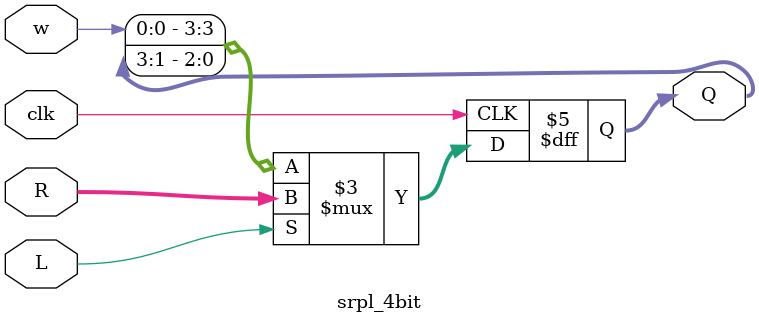
<source format=v>
module srpl_4bit (
    input [3:0] R,     
    input L,          
    input w,           
    input clk,          
    output reg [3:0] Q  
);

    always @(posedge clk) begin
        if (L) begin
            Q <= R; 
        end 
        else begin
            Q <= {w, Q[3:1]};
        end
    end

endmodule 
</source>
